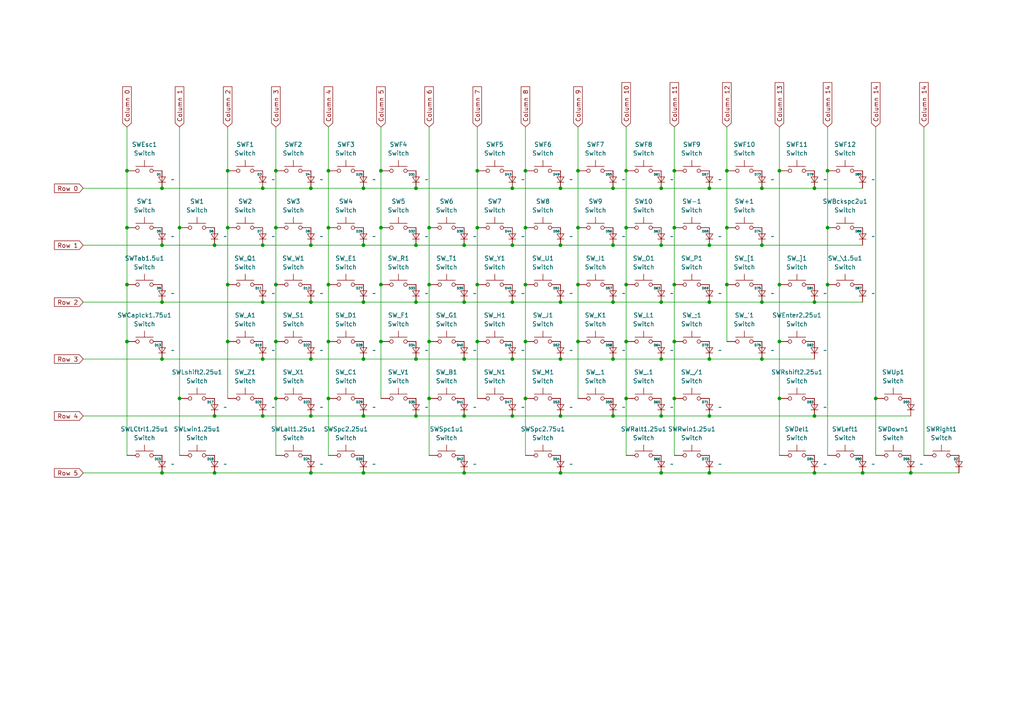
<source format=kicad_sch>
(kicad_sch (version 20250114) (generator "eeschema") (generator_version "9.0")
  (paper "A4")
  (junction (at 191.77 104.14))
  (junction (at 138.43 99.06))
  (junction (at 134.62 104.14))
  (junction (at 181.61 49.53))
  (junction (at 148.59 104.14))
  (junction (at 191.77 87.63))
  (junction (at 120.65 104.14))
  (junction (at 162.56 137.16))
  (junction (at 167.64 82.55))
  (junction (at 124.46 99.06))
  (junction (at 148.59 54.61))
  (junction (at 240.03 82.55))
  (junction (at 152.4 115.57))
  (junction (at 167.64 49.53))
  (junction (at 124.46 115.57))
  (junction (at 134.62 137.16))
  (junction (at 167.64 99.06))
  (junction (at 177.8 71.12))
  (junction (at 66.04 66.04))
  (junction (at 90.17 120.65))
  (junction (at 52.07 66.04))
  (junction (at 95.25 49.53))
  (junction (at 148.59 120.65))
  (junction (at 181.61 99.06))
  (junction (at 162.56 71.12))
  (junction (at 195.58 82.55))
  (junction (at 210.82 49.53))
  (junction (at 210.82 82.55))
  (junction (at 46.99 104.14))
  (junction (at 105.41 104.14))
  (junction (at 62.23 71.12))
  (junction (at 36.83 82.55))
  (junction (at 120.65 87.63))
  (junction (at 220.98 87.63))
  (junction (at 167.64 66.04))
  (junction (at 250.19 137.16))
  (junction (at 162.56 120.65))
  (junction (at 162.56 87.63))
  (junction (at 226.06 99.06))
  (junction (at 134.62 87.63))
  (junction (at 76.2 54.61))
  (junction (at 205.74 87.63))
  (junction (at 240.03 66.04))
  (junction (at 236.22 120.65))
  (junction (at 105.41 120.65))
  (junction (at 52.07 115.57))
  (junction (at 264.16 137.16))
  (junction (at 191.77 120.65))
  (junction (at 177.8 104.14))
  (junction (at 46.99 87.63))
  (junction (at 240.03 49.53))
  (junction (at 36.83 49.53))
  (junction (at 95.25 82.55))
  (junction (at 36.83 66.04))
  (junction (at 110.49 82.55))
  (junction (at 220.98 71.12))
  (junction (at 195.58 49.53))
  (junction (at 162.56 104.14))
  (junction (at 210.82 66.04))
  (junction (at 105.41 54.61))
  (junction (at 226.06 49.53))
  (junction (at 134.62 71.12))
  (junction (at 36.83 99.06))
  (junction (at 90.17 71.12))
  (junction (at 80.01 82.55))
  (junction (at 191.77 71.12))
  (junction (at 205.74 120.65))
  (junction (at 76.2 71.12))
  (junction (at 76.2 120.65))
  (junction (at 95.25 99.06))
  (junction (at 152.4 66.04))
  (junction (at 120.65 54.61))
  (junction (at 76.2 104.14))
  (junction (at 105.41 137.16))
  (junction (at 236.22 137.16))
  (junction (at 80.01 99.06))
  (junction (at 205.74 104.14))
  (junction (at 226.06 115.57))
  (junction (at 205.74 137.16))
  (junction (at 195.58 115.57))
  (junction (at 120.65 71.12))
  (junction (at 226.06 82.55))
  (junction (at 46.99 137.16))
  (junction (at 105.41 87.63))
  (junction (at 110.49 66.04))
  (junction (at 177.8 87.63))
  (junction (at 191.77 137.16))
  (junction (at 236.22 54.61))
  (junction (at 66.04 99.06))
  (junction (at 138.43 49.53))
  (junction (at 138.43 82.55))
  (junction (at 80.01 49.53))
  (junction (at 191.77 54.61))
  (junction (at 90.17 104.14))
  (junction (at 95.25 115.57))
  (junction (at 181.61 66.04))
  (junction (at 95.25 66.04))
  (junction (at 66.04 82.55))
  (junction (at 120.65 120.65))
  (junction (at 195.58 66.04))
  (junction (at 177.8 54.61))
  (junction (at 205.74 71.12))
  (junction (at 177.8 120.65))
  (junction (at 148.59 71.12))
  (junction (at 105.41 71.12))
  (junction (at 62.23 120.65))
  (junction (at 110.49 49.53))
  (junction (at 220.98 54.61))
  (junction (at 236.22 87.63))
  (junction (at 80.01 115.57))
  (junction (at 152.4 49.53))
  (junction (at 254 115.57))
  (junction (at 124.46 82.55))
  (junction (at 90.17 54.61))
  (junction (at 76.2 87.63))
  (junction (at 124.46 66.04))
  (junction (at 152.4 99.06))
  (junction (at 205.74 54.61))
  (junction (at 66.04 49.53))
  (junction (at 134.62 120.65))
  (junction (at 90.17 87.63))
  (junction (at 46.99 71.12))
  (junction (at 181.61 115.57))
  (junction (at 195.58 99.06))
  (junction (at 80.01 66.04))
  (junction (at 62.23 137.16))
  (junction (at 46.99 54.61))
  (junction (at 138.43 66.04))
  (junction (at 90.17 137.16))
  (junction (at 110.49 99.06))
  (junction (at 152.4 82.55))
  (junction (at 162.56 54.61))
  (junction (at 181.61 82.55))
  (junction (at 220.98 104.14))
  (junction (at 148.59 87.63))
  (wire (pts (xy 236.22 54.61) (xy 250.19 54.61)))
  (wire (pts (xy 90.17 71.12) (xy 105.41 71.12)))
  (wire (pts (xy 191.77 104.14) (xy 205.74 104.14)))
  (wire (pts (xy 134.62 104.14) (xy 148.59 104.14)))
  (wire (pts (xy 76.2 54.61) (xy 90.17 54.61)))
  (wire (pts (xy 177.8 54.61) (xy 191.77 54.61)))
  (wire (pts (xy 95.25 82.55) (xy 95.25 99.06)))
  (wire (pts (xy 162.56 54.61) (xy 177.8 54.61)))
  (wire (pts (xy 24.13 71.12) (xy 46.99 71.12)))
  (wire (pts (xy 148.59 104.14) (xy 162.56 104.14)))
  (wire (pts (xy 177.8 71.12) (xy 191.77 71.12)))
  (wire (pts (xy 110.49 82.55) (xy 110.49 99.06)))
  (wire (pts (xy 120.65 71.12) (xy 134.62 71.12)))
  (wire (pts (xy 236.22 87.63) (xy 250.19 87.63)))
  (wire (pts (xy 195.58 36.83) (xy 195.58 49.53)))
  (wire (pts (xy 220.98 87.63) (xy 236.22 87.63)))
  (wire (pts (xy 24.13 104.14) (xy 46.99 104.14)))
  (wire (pts (xy 80.01 36.83) (xy 80.01 49.53)))
  (wire (pts (xy 220.98 104.14) (xy 236.22 104.14)))
  (wire (pts (xy 226.06 82.55) (xy 226.06 99.06)))
  (wire (pts (xy 152.4 82.55) (xy 152.4 99.06)))
  (wire (pts (xy 181.61 99.06) (xy 181.61 115.57)))
  (wire (pts (xy 254 115.57) (xy 254 132.08)))
  (wire (pts (xy 167.64 36.83) (xy 167.64 49.53)))
  (wire (pts (xy 177.8 120.65) (xy 162.56 120.65)))
  (wire (pts (xy 105.41 54.61) (xy 120.65 54.61)))
  (wire (pts (xy 95.25 49.53) (xy 95.25 66.04)))
  (wire (pts (xy 95.25 115.57) (xy 95.25 132.08)))
  (wire (pts (xy 76.2 104.14) (xy 90.17 104.14)))
  (wire (pts (xy 62.23 120.65) (xy 24.13 120.65)))
  (wire (pts (xy 95.25 99.06) (xy 95.25 115.57)))
  (wire (pts (xy 80.01 99.06) (xy 80.01 115.57)))
  (wire (pts (xy 95.25 36.83) (xy 95.25 49.53)))
  (wire (pts (xy 195.58 82.55) (xy 195.58 99.06)))
  (wire (pts (xy 134.62 120.65) (xy 120.65 120.65)))
  (wire (pts (xy 278.13 137.16) (xy 264.16 137.16)))
  (wire (pts (xy 205.74 54.61) (xy 220.98 54.61)))
  (wire (pts (xy 105.41 120.65) (xy 90.17 120.65)))
  (wire (pts (xy 195.58 115.57) (xy 195.58 132.08)))
  (wire (pts (xy 66.04 99.06) (xy 66.04 115.57)))
  (wire (pts (xy 76.2 71.12) (xy 90.17 71.12)))
  (wire (pts (xy 134.62 71.12) (xy 148.59 71.12)))
  (wire (pts (xy 124.46 82.55) (xy 124.46 99.06)))
  (wire (pts (xy 210.82 82.55) (xy 210.82 99.06)))
  (wire (pts (xy 205.74 71.12) (xy 220.98 71.12)))
  (wire (pts (xy 152.4 99.06) (xy 152.4 115.57)))
  (wire (pts (xy 52.07 115.57) (xy 52.07 132.08)))
  (wire (pts (xy 167.64 99.06) (xy 167.64 115.57)))
  (wire (pts (xy 210.82 36.83) (xy 210.82 49.53)))
  (wire (pts (xy 105.41 137.16) (xy 90.17 137.16)))
  (wire (pts (xy 46.99 71.12) (xy 62.23 71.12)))
  (wire (pts (xy 205.74 104.14) (xy 220.98 104.14)))
  (wire (pts (xy 254 36.83) (xy 254 115.57)))
  (wire (pts (xy 191.77 87.63) (xy 205.74 87.63)))
  (wire (pts (xy 152.4 66.04) (xy 152.4 82.55)))
  (wire (pts (xy 52.07 66.04) (xy 52.07 115.57)))
  (wire (pts (xy 66.04 36.83) (xy 66.04 49.53)))
  (wire (pts (xy 138.43 99.06) (xy 138.43 115.57)))
  (wire (pts (xy 152.4 49.53) (xy 152.4 66.04)))
  (wire (pts (xy 80.01 49.53) (xy 80.01 66.04)))
  (wire (pts (xy 220.98 71.12) (xy 250.19 71.12)))
  (wire (pts (xy 110.49 66.04) (xy 110.49 82.55)))
  (wire (pts (xy 52.07 36.83) (xy 52.07 66.04)))
  (wire (pts (xy 240.03 49.53) (xy 240.03 66.04)))
  (wire (pts (xy 120.65 87.63) (xy 134.62 87.63)))
  (wire (pts (xy 226.06 115.57) (xy 226.06 132.08)))
  (wire (pts (xy 110.49 49.53) (xy 110.49 66.04)))
  (wire (pts (xy 191.77 120.65) (xy 177.8 120.65)))
  (wire (pts (xy 138.43 66.04) (xy 138.43 82.55)))
  (wire (pts (xy 124.46 36.83) (xy 124.46 66.04)))
  (wire (pts (xy 66.04 82.55) (xy 66.04 99.06)))
  (wire (pts (xy 210.82 49.53) (xy 210.82 66.04)))
  (wire (pts (xy 191.77 137.16) (xy 162.56 137.16)))
  (wire (pts (xy 36.83 36.83) (xy 36.83 49.53)))
  (wire (pts (xy 195.58 49.53) (xy 195.58 66.04)))
  (wire (pts (xy 162.56 87.63) (xy 177.8 87.63)))
  (wire (pts (xy 181.61 115.57) (xy 181.61 132.08)))
  (wire (pts (xy 148.59 54.61) (xy 162.56 54.61)))
  (wire (pts (xy 62.23 71.12) (xy 76.2 71.12)))
  (wire (pts (xy 205.74 87.63) (xy 220.98 87.63)))
  (wire (pts (xy 90.17 137.16) (xy 62.23 137.16)))
  (wire (pts (xy 46.99 137.16) (xy 24.13 137.16)))
  (wire (pts (xy 220.98 54.61) (xy 236.22 54.61)))
  (wire (pts (xy 226.06 49.53) (xy 226.06 82.55)))
  (wire (pts (xy 236.22 120.65) (xy 205.74 120.65)))
  (wire (pts (xy 191.77 71.12) (xy 205.74 71.12)))
  (wire (pts (xy 46.99 54.61) (xy 76.2 54.61)))
  (wire (pts (xy 124.46 99.06) (xy 124.46 115.57)))
  (wire (pts (xy 138.43 49.53) (xy 138.43 66.04)))
  (wire (pts (xy 46.99 87.63) (xy 76.2 87.63)))
  (wire (pts (xy 162.56 104.14) (xy 177.8 104.14)))
  (wire (pts (xy 167.64 66.04) (xy 167.64 82.55)))
  (wire (pts (xy 195.58 99.06) (xy 195.58 115.57)))
  (wire (pts (xy 124.46 66.04) (xy 124.46 82.55)))
  (wire (pts (xy 181.61 49.53) (xy 181.61 66.04)))
  (wire (pts (xy 138.43 82.55) (xy 138.43 99.06)))
  (wire (pts (xy 181.61 82.55) (xy 181.61 99.06)))
  (wire (pts (xy 152.4 115.57) (xy 152.4 132.08)))
  (wire (pts (xy 138.43 36.83) (xy 138.43 49.53)))
  (wire (pts (xy 240.03 66.04) (xy 240.03 82.55)))
  (wire (pts (xy 24.13 54.61) (xy 46.99 54.61)))
  (wire (pts (xy 124.46 115.57) (xy 124.46 132.08)))
  (wire (pts (xy 181.61 36.83) (xy 181.61 49.53)))
  (wire (pts (xy 177.8 104.14) (xy 191.77 104.14)))
  (wire (pts (xy 162.56 137.16) (xy 134.62 137.16)))
  (wire (pts (xy 264.16 120.65) (xy 236.22 120.65)))
  (wire (pts (xy 80.01 82.55) (xy 80.01 99.06)))
  (wire (pts (xy 267.97 36.83) (xy 267.97 132.08)))
  (wire (pts (xy 110.49 99.06) (xy 110.49 115.57)))
  (wire (pts (xy 148.59 87.63) (xy 162.56 87.63)))
  (wire (pts (xy 105.41 104.14) (xy 120.65 104.14)))
  (wire (pts (xy 205.74 120.65) (xy 191.77 120.65)))
  (wire (pts (xy 134.62 87.63) (xy 148.59 87.63)))
  (wire (pts (xy 250.19 137.16) (xy 236.22 137.16)))
  (wire (pts (xy 66.04 66.04) (xy 66.04 82.55)))
  (wire (pts (xy 240.03 82.55) (xy 240.03 132.08)))
  (wire (pts (xy 24.13 87.63) (xy 46.99 87.63)))
  (wire (pts (xy 191.77 54.61) (xy 205.74 54.61)))
  (wire (pts (xy 240.03 36.83) (xy 240.03 49.53)))
  (wire (pts (xy 264.16 137.16) (xy 250.19 137.16)))
  (wire (pts (xy 36.83 82.55) (xy 36.83 99.06)))
  (wire (pts (xy 80.01 115.57) (xy 80.01 132.08)))
  (wire (pts (xy 46.99 104.14) (xy 76.2 104.14)))
  (wire (pts (xy 90.17 54.61) (xy 105.41 54.61)))
  (wire (pts (xy 76.2 87.63) (xy 90.17 87.63)))
  (wire (pts (xy 134.62 137.16) (xy 105.41 137.16)))
  (wire (pts (xy 36.83 99.06) (xy 36.83 132.08)))
  (wire (pts (xy 167.64 82.55) (xy 167.64 99.06)))
  (wire (pts (xy 66.04 49.53) (xy 66.04 66.04)))
  (wire (pts (xy 105.41 71.12) (xy 120.65 71.12)))
  (wire (pts (xy 90.17 104.14) (xy 105.41 104.14)))
  (wire (pts (xy 110.49 36.83) (xy 110.49 49.53)))
  (wire (pts (xy 226.06 99.06) (xy 226.06 115.57)))
  (wire (pts (xy 210.82 66.04) (xy 210.82 82.55)))
  (wire (pts (xy 36.83 49.53) (xy 36.83 66.04)))
  (wire (pts (xy 105.41 87.63) (xy 120.65 87.63)))
  (wire (pts (xy 80.01 66.04) (xy 80.01 82.55)))
  (wire (pts (xy 36.83 66.04) (xy 36.83 82.55)))
  (wire (pts (xy 90.17 120.65) (xy 76.2 120.65)))
  (wire (pts (xy 76.2 120.65) (xy 62.23 120.65)))
  (wire (pts (xy 148.59 120.65) (xy 134.62 120.65)))
  (wire (pts (xy 120.65 104.14) (xy 134.62 104.14)))
  (wire (pts (xy 95.25 66.04) (xy 95.25 82.55)))
  (wire (pts (xy 152.4 36.83) (xy 152.4 49.53)))
  (wire (pts (xy 62.23 137.16) (xy 46.99 137.16)))
  (wire (pts (xy 162.56 120.65) (xy 148.59 120.65)))
  (wire (pts (xy 181.61 66.04) (xy 181.61 82.55)))
  (wire (pts (xy 162.56 71.12) (xy 177.8 71.12)))
  (wire (pts (xy 120.65 54.61) (xy 148.59 54.61)))
  (wire (pts (xy 236.22 137.16) (xy 205.74 137.16)))
  (wire (pts (xy 167.64 49.53) (xy 167.64 66.04)))
  (wire (pts (xy 177.8 87.63) (xy 191.77 87.63)))
  (wire (pts (xy 120.65 120.65) (xy 105.41 120.65)))
  (wire (pts (xy 90.17 87.63) (xy 105.41 87.63)))
  (wire (pts (xy 148.59 71.12) (xy 162.56 71.12)))
  (wire (pts (xy 195.58 66.04) (xy 195.58 82.55)))
  (wire (pts (xy 226.06 36.83) (xy 226.06 49.53)))
  (wire (pts (xy 205.74 137.16) (xy 191.77 137.16)))
  (global_label "Column 1" (shape input) (at 52.07 36.83 90) (property "Intersheetrefs" "${INTERSHEET_REFS}" (effects (hide yes))))
  (global_label "Column 11" (shape input) (at 195.58 36.83 90) (property "Intersheetrefs" "${INTERSHEET_REFS}" (effects (hide yes))))
  (global_label "Column 12" (shape input) (at 210.82 36.83 90) (property "Intersheetrefs" "${INTERSHEET_REFS}" (effects (hide yes))))
  (global_label "Column 3" (shape input) (at 80.01 36.83 90) (property "Intersheetrefs" "${INTERSHEET_REFS}" (effects (hide yes))))
  (global_label "Row 2" (shape input) (at 24.13 87.63 180) (property "Intersheetrefs" "${INTERSHEET_REFS}" (effects (hide yes))))
  (global_label "Row 4" (shape input) (at 24.13 120.65 180) (property "Intersheetrefs" "${INTERSHEET_REFS}" (effects (hide yes))))
  (global_label "Row 0" (shape input) (at 24.13 54.61 180) (property "Intersheetrefs" "${INTERSHEET_REFS}" (effects (hide yes))))
  (global_label "Column 14" (shape input) (at 254 36.83 90) (property "Intersheetrefs" "${INTERSHEET_REFS}" (effects (hide yes))))
  (global_label "Column 14" (shape input) (at 240.03 36.83 90) (property "Intersheetrefs" "${INTERSHEET_REFS}" (effects (hide yes))))
  (global_label "Column 14" (shape input) (at 267.97 36.83 90) (property "Intersheetrefs" "${INTERSHEET_REFS}" (effects (hide yes))))
  (global_label "Column 5" (shape input) (at 110.49 36.83 90) (property "Intersheetrefs" "${INTERSHEET_REFS}" (effects (hide yes))))
  (global_label "Column 9" (shape input) (at 167.64 36.83 90) (property "Intersheetrefs" "${INTERSHEET_REFS}" (effects (hide yes))))
  (global_label "Row 5" (shape input) (at 24.13 137.16 180) (property "Intersheetrefs" "${INTERSHEET_REFS}" (effects (hide yes))))
  (global_label "Column 13" (shape input) (at 226.06 36.83 90) (property "Intersheetrefs" "${INTERSHEET_REFS}" (effects (hide yes))))
  (global_label "Column 4" (shape input) (at 95.25 36.83 90) (property "Intersheetrefs" "${INTERSHEET_REFS}" (effects (hide yes))))
  (global_label "Column 7" (shape input) (at 138.43 36.83 90) (property "Intersheetrefs" "${INTERSHEET_REFS}" (effects (hide yes))))
  (global_label "Column 0" (shape input) (at 36.83 36.83 90) (property "Intersheetrefs" "${INTERSHEET_REFS}" (effects (hide yes))))
  (global_label "Column 8" (shape input) (at 152.4 36.83 90) (property "Intersheetrefs" "${INTERSHEET_REFS}" (effects (hide yes))))
  (global_label "Column 6" (shape input) (at 124.46 36.83 90) (property "Intersheetrefs" "${INTERSHEET_REFS}" (effects (hide yes))))
  (global_label "Column 2" (shape input) (at 66.04 36.83 90) (property "Intersheetrefs" "${INTERSHEET_REFS}" (effects (hide yes))))
  (global_label "Row 3" (shape input) (at 24.13 104.14 180) (property "Intersheetrefs" "${INTERSHEET_REFS}" (effects (hide yes))))
  (global_label "Column 10" (shape input) (at 181.61 36.83 90) (property "Intersheetrefs" "${INTERSHEET_REFS}" (effects (hide yes))))
  (global_label "Row 1" (shape input) (at 24.13 71.12 180) (property "Intersheetrefs" "${INTERSHEET_REFS}" (effects (hide yes))))
  (symbol (lib_id "ScottoKeebs:Placeholder_Diode") (at 90.17 85.09 0) (unit 1)
    (property "Reference" "D12" (at 90.02 84.024 0) (effects (font (size 0.635 0.635) (thickness 0.127) (bold yes)) (justify right bottom)))
    (property "Value" "~" (at 92.71 85.0899 0) (effects (justify left)))
    (property "Footprint" "Diode_THT:D_DO-35_SOD27_P7.62mm_Horizontal" (effects (hide yes)))
  )
  (symbol (lib_id "ScottoKeebs:Placeholder_Switch") (at 71.12 99.06 0) (unit 1)
    (property "Reference" "SW_A1" (at 71.12 91.44 0))
    (property "Value" "Switch" (at 71.12 93.98 0))
    (property "Footprint" "Button_Switch_Keyboard:SW_Cherry_MX_1.00u_PCB" (effects (hide yes)))
    (property "Description" "Push button switch, generic, two pins" (effects (hide yes)))
  )
  (symbol (lib_id "ScottoKeebs:Placeholder_Diode") (at 177.8 101.6 0) (unit 1)
    (property "Reference" "D58" (at 177.65 100.534 0) (effects (font (size 0.635 0.635) (thickness 0.127) (bold yes)) (justify right bottom)))
    (property "Value" "~" (at 180.34 101.5999 0) (effects (justify left)))
    (property "Footprint" "Diode_THT:D_DO-35_SOD27_P7.62mm_Horizontal" (effects (hide yes)))
  )
  (symbol (lib_id "ScottoKeebs:Placeholder_Diode") (at 205.74 101.6 0) (unit 1)
    (property "Reference" "D70" (at 205.59 100.534 0) (effects (font (size 0.635 0.635) (thickness 0.127) (bold yes)) (justify right bottom)))
    (property "Value" "~" (at 208.28 101.5999 0) (effects (justify left)))
    (property "Footprint" "Diode_THT:D_DO-35_SOD27_P7.62mm_Horizontal" (effects (hide yes)))
  )
  (symbol (lib_id "ScottoKeebs:Placeholder_Switch") (at 115.57 82.55 0) (unit 1)
    (property "Reference" "SW_R1" (at 115.57 74.93 0))
    (property "Value" "Switch" (at 115.57 77.47 0))
    (property "Footprint" "Button_Switch_Keyboard:SW_Cherry_MX_1.00u_PCB" (effects (hide yes)))
    (property "Description" "Push button switch, generic, two pins" (effects (hide yes)))
  )
  (symbol (lib_id "ScottoKeebs:Placeholder_Diode") (at 76.2 85.09 0) (unit 1)
    (property "Reference" "D11" (at 76.05 84.024 0) (effects (font (size 0.635 0.635) (thickness 0.127) (bold yes)) (justify right bottom)))
    (property "Value" "~" (at 78.74 85.0899 0) (effects (justify left)))
    (property "Footprint" "Diode_THT:D_DO-35_SOD27_P7.62mm_Horizontal" (effects (hide yes)))
  )
  (symbol (lib_id "ScottoKeebs:Placeholder_Diode") (at 90.17 52.07 0) (unit 1)
    (property "Reference" "D4" (at 90.02 51.004 0) (effects (font (size 0.635 0.635) (thickness 0.127) (bold yes)) (justify right bottom)))
    (property "Value" "~" (at 92.71 52.0699 0) (effects (justify left)))
    (property "Footprint" "Diode_THT:D_DO-35_SOD27_P7.62mm_Horizontal" (effects (hide yes)))
  )
  (symbol (lib_id "ScottoKeebs:Placeholder_Switch") (at 231.14 49.53 0) (unit 1)
    (property "Reference" "SWF11" (at 231.14 41.91 0))
    (property "Value" "Switch" (at 231.14 44.45 0))
    (property "Footprint" "Button_Switch_Keyboard:SW_Cherry_MX_1.00u_PCB" (effects (hide yes)))
    (property "Description" "Push button switch, generic, two pins" (effects (hide yes)))
  )
  (symbol (lib_id "ScottoKeebs:Placeholder_Switch") (at 41.91 99.06 0) (unit 1)
    (property "Reference" "SWCaplck1.75u1" (at 41.91 91.44 0))
    (property "Value" "Switch" (at 41.91 93.98 0))
    (property "Footprint" "Button_Switch_Keyboard:SW_Cherry_MX_1.75u_PCB" (effects (hide yes)))
    (property "Description" "Push button switch, generic, two pins" (effects (hide yes)))
  )
  (symbol (lib_id "ScottoKeebs:Placeholder_Switch") (at 259.08 115.57 0) (unit 1)
    (property "Reference" "SWUp1" (at 259.08 107.95 0))
    (property "Value" "Switch" (at 259.08 110.49 0))
    (property "Footprint" "Button_Switch_Keyboard:SW_Cherry_MX_1.00u_PCB" (effects (hide yes)))
    (property "Description" "Push button switch, generic, two pins" (effects (hide yes)))
  )
  (symbol (lib_id "ScottoKeebs:Placeholder_Diode") (at 76.2 101.6 0) (unit 1)
    (property "Reference" "D19" (at 76.05 100.534 0) (effects (font (size 0.635 0.635) (thickness 0.127) (bold yes)) (justify right bottom)))
    (property "Value" "~" (at 78.74 101.5999 0) (effects (justify left)))
    (property "Footprint" "Diode_THT:D_DO-35_SOD27_P7.62mm_Horizontal" (effects (hide yes)))
  )
  (symbol (lib_id "ScottoKeebs:Placeholder_Diode") (at 162.56 52.07 0) (unit 1)
    (property "Reference" "D49" (at 162.41 51.004 0) (effects (font (size 0.635 0.635) (thickness 0.127) (bold yes)) (justify right bottom)))
    (property "Value" "~" (at 165.1 52.0699 0) (effects (justify left)))
    (property "Footprint" "Diode_THT:D_DO-35_SOD27_P7.62mm_Horizontal" (effects (hide yes)))
  )
  (symbol (lib_id "ScottoKeebs:Placeholder_Switch") (at 85.09 49.53 0) (unit 1)
    (property "Reference" "SWF2" (at 85.09 41.91 0))
    (property "Value" "Switch" (at 85.09 44.45 0))
    (property "Footprint" "Button_Switch_Keyboard:SW_Cherry_MX_1.00u_PCB" (effects (hide yes)))
    (property "Description" "Push button switch, generic, two pins" (effects (hide yes)))
  )
  (symbol (lib_id "ScottoKeebs:Placeholder_Diode") (at 46.99 68.58 0) (unit 1)
    (property "Reference" "D5" (at 46.84 67.514 0) (effects (font (size 0.635 0.635) (thickness 0.127) (bold yes)) (justify right bottom)))
    (property "Value" "~" (at 49.53 68.5799 0) (effects (justify left)))
    (property "Footprint" "Diode_THT:D_DO-35_SOD27_P7.62mm_Horizontal" (effects (hide yes)))
  )
  (symbol (lib_id "ScottoKeebs:Placeholder_Switch") (at 231.14 99.06 0) (unit 1)
    (property "Reference" "SWEnter2.25u1" (at 231.14 91.44 0))
    (property "Value" "Switch" (at 231.14 93.98 0))
    (property "Footprint" "Button_Switch_Keyboard:SW_Cherry_MX_2.25u_PCB" (effects (hide yes)))
    (property "Description" "Push button switch, generic, two pins" (effects (hide yes)))
  )
  (symbol (lib_id "ScottoKeebs:Placeholder_Diode") (at 236.22 134.62 0) (unit 1)
    (property "Reference" "D84" (at 236.07 133.554 0) (effects (font (size 0.635 0.635) (thickness 0.127) (bold yes)) (justify right bottom)))
    (property "Value" "~" (at 238.76 134.6199 0) (effects (justify left)))
    (property "Footprint" "Diode_THT:D_DO-35_SOD27_P7.62mm_Horizontal" (effects (hide yes)))
  )
  (symbol (lib_id "ScottoKeebs:Placeholder_Switch") (at 143.51 99.06 0) (unit 1)
    (property "Reference" "SW_H1" (at 143.51 91.44 0))
    (property "Value" "Switch" (at 143.51 93.98 0))
    (property "Footprint" "Button_Switch_Keyboard:SW_Cherry_MX_1.00u_PCB" (effects (hide yes)))
    (property "Description" "Push button switch, generic, two pins" (effects (hide yes)))
  )
  (symbol (lib_id "ScottoKeebs:Placeholder_Switch") (at 129.54 99.06 0) (unit 1)
    (property "Reference" "SW_G1" (at 129.54 91.44 0))
    (property "Value" "Switch" (at 129.54 93.98 0))
    (property "Footprint" "Button_Switch_Keyboard:SW_Cherry_MX_1.00u_PCB" (effects (hide yes)))
    (property "Description" "Push button switch, generic, two pins" (effects (hide yes)))
  )
  (symbol (lib_id "ScottoKeebs:Placeholder_Switch") (at 57.15 132.08 0) (unit 1)
    (property "Reference" "SWLwin1.25u1" (at 57.15 124.46 0))
    (property "Value" "Switch" (at 57.15 127 0))
    (property "Footprint" "Button_Switch_Keyboard:SW_Cherry_MX_1.25u_PCB" (effects (hide yes)))
    (property "Description" "Push button switch, generic, two pins" (effects (hide yes)))
  )
  (symbol (lib_id "ScottoKeebs:Placeholder_Switch") (at 200.66 115.57 0) (unit 1)
    (property "Reference" "SW_/1" (at 200.66 107.95 0))
    (property "Value" "Switch" (at 200.66 110.49 0))
    (property "Footprint" "Button_Switch_Keyboard:SW_Cherry_MX_1.00u_PCB" (effects (hide yes)))
    (property "Description" "Push button switch, generic, two pins" (effects (hide yes)))
  )
  (symbol (lib_id "ScottoKeebs:Placeholder_Diode") (at 148.59 101.6 0) (unit 1)
    (property "Reference" "D46" (at 148.44 100.534 0) (effects (font (size 0.635 0.635) (thickness 0.127) (bold yes)) (justify right bottom)))
    (property "Value" "~" (at 151.13 101.5999 0) (effects (justify left)))
    (property "Footprint" "Diode_THT:D_DO-35_SOD27_P7.62mm_Horizontal" (effects (hide yes)))
  )
  (symbol (lib_id "ScottoKeebs:Placeholder_Diode") (at 148.59 118.11 0) (unit 1)
    (property "Reference" "D47" (at 148.44 117.044 0) (effects (font (size 0.635 0.635) (thickness 0.127) (bold yes)) (justify right bottom)))
    (property "Value" "~" (at 151.13 118.1099 0) (effects (justify left)))
    (property "Footprint" "Diode_THT:D_DO-35_SOD27_P7.62mm_Horizontal" (effects (hide yes)))
  )
  (symbol (lib_id "ScottoKeebs:Placeholder_Switch") (at 200.66 49.53 0) (unit 1)
    (property "Reference" "SWF9" (at 200.66 41.91 0))
    (property "Value" "Switch" (at 200.66 44.45 0))
    (property "Footprint" "Button_Switch_Keyboard:SW_Cherry_MX_1.00u_PCB" (effects (hide yes)))
    (property "Description" "Push button switch, generic, two pins" (effects (hide yes)))
  )
  (symbol (lib_id "ScottoKeebs:Placeholder_Switch") (at 100.33 49.53 0) (unit 1)
    (property "Reference" "SWF3" (at 100.33 41.91 0))
    (property "Value" "Switch" (at 100.33 44.45 0))
    (property "Footprint" "Button_Switch_Keyboard:SW_Cherry_MX_1.00u_PCB" (effects (hide yes)))
    (property "Description" "Push button switch, generic, two pins" (effects (hide yes)))
  )
  (symbol (lib_id "ScottoKeebs:Placeholder_Diode") (at 62.23 118.11 0) (unit 1)
    (property "Reference" "D17" (at 62.08 117.044 0) (effects (font (size 0.635 0.635) (thickness 0.127) (bold yes)) (justify right bottom)))
    (property "Value" "~" (at 64.77 118.1099 0) (effects (justify left)))
    (property "Footprint" "Diode_THT:D_DO-35_SOD27_P7.62mm_Horizontal" (effects (hide yes)))
  )
  (symbol (lib_id "ScottoKeebs:Placeholder_Diode") (at 250.19 68.58 0) (unit 1)
    (property "Reference" "D86" (at 250.04 67.514 0) (effects (font (size 0.635 0.635) (thickness 0.127) (bold yes)) (justify right bottom)))
    (property "Value" "~" (at 252.73 68.5799 0) (effects (justify left)))
    (property "Footprint" "Diode_THT:D_DO-35_SOD27_P7.62mm_Horizontal" (effects (hide yes)))
  )
  (symbol (lib_id "ScottoKeebs:Placeholder_Diode") (at 236.22 101.6 0) (unit 1)
    (property "Reference" "D82" (at 236.07 100.534 0) (effects (font (size 0.635 0.635) (thickness 0.127) (bold yes)) (justify right bottom)))
    (property "Value" "~" (at 238.76 101.5999 0) (effects (justify left)))
    (property "Footprint" "Diode_THT:D_DO-35_SOD27_P7.62mm_Horizontal" (effects (hide yes)))
  )
  (symbol (lib_id "ScottoKeebs:Placeholder_Switch") (at 172.72 82.55 0) (unit 1)
    (property "Reference" "SW_I1" (at 172.72 74.93 0))
    (property "Value" "Switch" (at 172.72 77.47 0))
    (property "Footprint" "Button_Switch_Keyboard:SW_Cherry_MX_1.00u_PCB" (effects (hide yes)))
    (property "Description" "Push button switch, generic, two pins" (effects (hide yes)))
  )
  (symbol (lib_id "ScottoKeebs:Placeholder_Switch") (at 186.69 66.04 0) (unit 1)
    (property "Reference" "SW10" (at 186.69 58.42 0))
    (property "Value" "Switch" (at 186.69 60.96 0))
    (property "Footprint" "Button_Switch_Keyboard:SW_Cherry_MX_1.00u_PCB" (effects (hide yes)))
    (property "Description" "Push button switch, generic, two pins" (effects (hide yes)))
  )
  (symbol (lib_id "ScottoKeebs:Placeholder_Diode") (at 148.59 85.09 0) (unit 1)
    (property "Reference" "D45" (at 148.44 84.024 0) (effects (font (size 0.635 0.635) (thickness 0.127) (bold yes)) (justify right bottom)))
    (property "Value" "~" (at 151.13 85.0899 0) (effects (justify left)))
    (property "Footprint" "Diode_THT:D_DO-35_SOD27_P7.62mm_Horizontal" (effects (hide yes)))
  )
  (symbol (lib_id "ScottoKeebs:Placeholder_Switch") (at 41.91 49.53 0) (unit 1)
    (property "Reference" "SWEsc1" (at 41.91 41.91 0))
    (property "Value" "Switch" (at 41.91 44.45 0))
    (property "Footprint" "Button_Switch_Keyboard:SW_Cherry_MX_1.00u_PCB" (effects (hide yes)))
    (property "Description" "Push button switch, generic, two pins" (effects (hide yes)))
  )
  (symbol (lib_id "ScottoKeebs:Placeholder_Diode") (at 205.74 68.58 0) (unit 1)
    (property "Reference" "D68" (at 205.59 67.514 0) (effects (font (size 0.635 0.635) (thickness 0.127) (bold yes)) (justify right bottom)))
    (property "Value" "~" (at 208.28 68.5799 0) (effects (justify left)))
    (property "Footprint" "Diode_THT:D_DO-35_SOD27_P7.62mm_Horizontal" (effects (hide yes)))
  )
  (symbol (lib_id "ScottoKeebs:Placeholder_Diode") (at 120.65 52.07 0) (unit 1)
    (property "Reference" "D31" (at 120.5 51.004 0) (effects (font (size 0.635 0.635) (thickness 0.127) (bold yes)) (justify right bottom)))
    (property "Value" "~" (at 123.19 52.0699 0) (effects (justify left)))
    (property "Footprint" "Diode_THT:D_DO-35_SOD27_P7.62mm_Horizontal" (effects (hide yes)))
  )
  (symbol (lib_id "ScottoKeebs:Placeholder_Diode") (at 134.62 134.62 0) (unit 1)
    (property "Reference" "D42" (at 134.47 133.554 0) (effects (font (size 0.635 0.635) (thickness 0.127) (bold yes)) (justify right bottom)))
    (property "Value" "~" (at 137.16 134.6199 0) (effects (justify left)))
    (property "Footprint" "Diode_THT:D_DO-35_SOD27_P7.62mm_Horizontal" (effects (hide yes)))
  )
  (symbol (lib_id "ScottoKeebs:Placeholder_Switch") (at 186.69 132.08 0) (unit 1)
    (property "Reference" "SWRalt1.25u1" (at 186.69 124.46 0))
    (property "Value" "Switch" (at 186.69 127 0))
    (property "Footprint" "Button_Switch_Keyboard:SW_Cherry_MX_1.25u_PCB" (effects (hide yes)))
    (property "Description" "Push button switch, generic, two pins" (effects (hide yes)))
  )
  (symbol (lib_id "ScottoKeebs:Placeholder_Diode") (at 162.56 118.11 0) (unit 1)
    (property "Reference" "D53" (at 162.41 117.044 0) (effects (font (size 0.635 0.635) (thickness 0.127) (bold yes)) (justify right bottom)))
    (property "Value" "~" (at 165.1 118.1099 0) (effects (justify left)))
    (property "Footprint" "Diode_THT:D_DO-35_SOD27_P7.62mm_Horizontal" (effects (hide yes)))
  )
  (symbol (lib_id "ScottoKeebs:Placeholder_Diode") (at 191.77 118.11 0) (unit 1)
    (property "Reference" "D65" (at 191.62 117.044 0) (effects (font (size 0.635 0.635) (thickness 0.127) (bold yes)) (justify right bottom)))
    (property "Value" "~" (at 194.31 118.1099 0) (effects (justify left)))
    (property "Footprint" "Diode_THT:D_DO-35_SOD27_P7.62mm_Horizontal" (effects (hide yes)))
  )
  (symbol (lib_id "ScottoKeebs:Placeholder_Diode") (at 90.17 101.6 0) (unit 1)
    (property "Reference" "D22" (at 90.02 100.534 0) (effects (font (size 0.635 0.635) (thickness 0.127) (bold yes)) (justify right bottom)))
    (property "Value" "~" (at 92.71 101.5999 0) (effects (justify left)))
    (property "Footprint" "Diode_THT:D_DO-35_SOD27_P7.62mm_Horizontal" (effects (hide yes)))
  )
  (symbol (lib_id "ScottoKeebs:Placeholder_Diode") (at 264.16 118.11 0) (unit 1)
    (property "Reference" "D95" (at 264.01 117.044 0) (effects (font (size 0.635 0.635) (thickness 0.127) (bold yes)) (justify right bottom)))
    (property "Footprint" "Diode_THT:D_DO-35_SOD27_P7.62mm_Horizontal" (effects (hide yes)))
  )
  (symbol (lib_id "ScottoKeebs:Placeholder_Switch") (at 115.57 99.06 0) (unit 1)
    (property "Reference" "SW_F1" (at 115.57 91.44 0))
    (property "Value" "Switch" (at 115.57 93.98 0))
    (property "Footprint" "Button_Switch_Keyboard:SW_Cherry_MX_1.00u_PCB" (effects (hide yes)))
    (property "Description" "Push button switch, generic, two pins" (effects (hide yes)))
  )
  (symbol (lib_id "ScottoKeebs:Placeholder_Diode") (at 220.98 101.6 0) (unit 1)
    (property "Reference" "D76" (at 220.83 100.534 0) (effects (font (size 0.635 0.635) (thickness 0.127) (bold yes)) (justify right bottom)))
    (property "Value" "~" (at 223.52 101.5999 0) (effects (justify left)))
    (property "Footprint" "Diode_THT:D_DO-35_SOD27_P7.62mm_Horizontal" (effects (hide yes)))
  )
  (symbol (lib_id "ScottoKeebs:Placeholder_Diode") (at 46.99 52.07 0) (unit 1)
    (property "Reference" "D1" (at 46.84 51.004 0) (effects (font (size 0.635 0.635) (thickness 0.127) (bold yes)) (justify right bottom)))
    (property "Value" "~" (at 49.53 52.0699 0) (effects (justify left)))
    (property "Footprint" "Diode_THT:D_DO-35_SOD27_P7.62mm_Horizontal" (effects (hide yes)))
  )
  (symbol (lib_id "ScottoKeebs:Placeholder_Switch") (at 143.51 66.04 0) (unit 1)
    (property "Reference" "SW7" (at 143.51 58.42 0))
    (property "Value" "Switch" (at 143.51 60.96 0))
    (property "Footprint" "Button_Switch_Keyboard:SW_Cherry_MX_1.00u_PCB" (effects (hide yes)))
    (property "Description" "Push button switch, generic, two pins" (effects (hide yes)))
  )
  (symbol (lib_id "ScottoKeebs:Placeholder_Switch") (at 157.48 99.06 0) (unit 1)
    (property "Reference" "SW_J1" (at 157.48 91.44 0))
    (property "Value" "Switch" (at 157.48 93.98 0))
    (property "Footprint" "Button_Switch_Keyboard:SW_Cherry_MX_1.00u_PCB" (effects (hide yes)))
    (property "Description" "Push button switch, generic, two pins" (effects (hide yes)))
  )
  (symbol (lib_id "ScottoKeebs:Placeholder_Diode") (at 177.8 85.09 0) (unit 1)
    (property "Reference" "D57" (at 177.65 84.024 0) (effects (font (size 0.635 0.635) (thickness 0.127) (bold yes)) (justify right bottom)))
    (property "Value" "~" (at 180.34 85.0899 0) (effects (justify left)))
    (property "Footprint" "Diode_THT:D_DO-35_SOD27_P7.62mm_Horizontal" (effects (hide yes)))
  )
  (symbol (lib_id "ScottoKeebs:Placeholder_Switch") (at 157.48 49.53 0) (unit 1)
    (property "Reference" "SWF6" (at 157.48 41.91 0))
    (property "Value" "Switch" (at 157.48 44.45 0))
    (property "Footprint" "Button_Switch_Keyboard:SW_Cherry_MX_1.00u_PCB" (effects (hide yes)))
    (property "Description" "Push button switch, generic, two pins" (effects (hide yes)))
  )
  (symbol (lib_id "ScottoKeebs:Placeholder_Diode") (at 162.56 101.6 0) (unit 1)
    (property "Reference" "D52" (at 162.41 100.534 0) (effects (font (size 0.635 0.635) (thickness 0.127) (bold yes)) (justify right bottom)))
    (property "Value" "~" (at 165.1 101.5999 0) (effects (justify left)))
    (property "Footprint" "Diode_THT:D_DO-35_SOD27_P7.62mm_Horizontal" (effects (hide yes)))
  )
  (symbol (lib_id "ScottoKeebs:Placeholder_Diode") (at 205.74 134.62 0) (unit 1)
    (property "Reference" "D72" (at 205.59 133.554 0) (effects (font (size 0.635 0.635) (thickness 0.127) (bold yes)) (justify right bottom)))
    (property "Value" "~" (at 208.28 134.6199 0) (effects (justify left)))
    (property "Footprint" "Diode_THT:D_DO-35_SOD27_P7.62mm_Horizontal" (effects (hide yes)))
  )
  (symbol (lib_id "ScottoKeebs:Placeholder_Switch") (at 85.09 115.57 0) (unit 1)
    (property "Reference" "SW_X1" (at 85.09 107.95 0))
    (property "Value" "Switch" (at 85.09 110.49 0))
    (property "Footprint" "Button_Switch_Keyboard:SW_Cherry_MX_1.00u_PCB" (effects (hide yes)))
    (property "Description" "Push button switch, generic, two pins" (effects (hide yes)))
  )
  (symbol (lib_id "ScottoKeebs:Placeholder_Diode") (at 120.65 85.09 0) (unit 1)
    (property "Reference" "D33" (at 120.5 84.024 0) (effects (font (size 0.635 0.635) (thickness 0.127) (bold yes)) (justify right bottom)))
    (property "Value" "~" (at 123.19 85.0899 0) (effects (justify left)))
    (property "Footprint" "Diode_THT:D_DO-35_SOD27_P7.62mm_Horizontal" (effects (hide yes)))
  )
  (symbol (lib_id "ScottoKeebs:Placeholder_Switch") (at 231.14 115.57 0) (unit 1)
    (property "Reference" "SWRshift2.25u1" (at 231.14 107.95 0))
    (property "Value" "Switch" (at 231.14 110.49 0))
    (property "Footprint" "Button_Switch_Keyboard:SW_Cherry_MX_2.25u_PCB" (effects (hide yes)))
    (property "Description" "Push button switch, generic, two pins" (effects (hide yes)))
  )
  (symbol (lib_id "ScottoKeebs:Placeholder_Switch") (at 200.66 66.04 0) (unit 1)
    (property "Reference" "SW-1" (at 200.66 58.42 0))
    (property "Value" "Switch" (at 200.66 60.96 0))
    (property "Footprint" "Button_Switch_Keyboard:SW_Cherry_MX_1.00u_PCB" (effects (hide yes)))
    (property "Description" "Push button switch, generic, two pins" (effects (hide yes)))
  )
  (symbol (lib_id "ScottoKeebs:Placeholder_Switch") (at 157.48 132.08 0) (unit 1)
    (property "Reference" "SWSpc2.75u1" (at 157.48 124.46 0))
    (property "Value" "Switch" (at 157.48 127 0))
    (property "Footprint" "Button_Switch_Keyboard:SW_Cherry_MX_2.75u_PCB" (effects (hide yes)))
    (property "Description" "Push button switch, generic, two pins" (effects (hide yes)))
  )
  (symbol (lib_id "ScottoKeebs:Placeholder_Diode") (at 90.17 68.58 0) (unit 1)
    (property "Reference" "D8" (at 90.02 67.514 0) (effects (font (size 0.635 0.635) (thickness 0.127) (bold yes)) (justify right bottom)))
    (property "Value" "~" (at 92.71 68.5799 0) (effects (justify left)))
    (property "Footprint" "Diode_THT:D_DO-35_SOD27_P7.62mm_Horizontal" (effects (hide yes)))
  )
  (symbol (lib_id "ScottoKeebs:Placeholder_Diode") (at 236.22 118.11 0) (unit 1)
    (property "Reference" "D83" (at 236.07 117.044 0) (effects (font (size 0.635 0.635) (thickness 0.127) (bold yes)) (justify right bottom)))
    (property "Value" "~" (at 238.76 118.1099 0) (effects (justify left)))
    (property "Footprint" "Diode_THT:D_DO-35_SOD27_P7.62mm_Horizontal" (effects (hide yes)))
  )
  (symbol (lib_id "ScottoKeebs:Placeholder_Switch") (at 245.11 49.53 0) (unit 1)
    (property "Reference" "SWF12" (at 245.11 41.91 0))
    (property "Value" "Switch" (at 245.11 44.45 0))
    (property "Footprint" "Button_Switch_Keyboard:SW_Cherry_MX_1.00u_PCB" (effects (hide yes)))
    (property "Description" "Push button switch, generic, two pins" (effects (hide yes)))
  )
  (symbol (lib_id "ScottoKeebs:Placeholder_Switch") (at 129.54 82.55 0) (unit 1)
    (property "Reference" "SW_T1" (at 129.54 74.93 0))
    (property "Value" "Switch" (at 129.54 77.47 0))
    (property "Footprint" "Button_Switch_Keyboard:SW_Cherry_MX_1.00u_PCB" (effects (hide yes)))
    (property "Description" "Push button switch, generic, two pins" (effects (hide yes)))
  )
  (symbol (lib_id "ScottoKeebs:Placeholder_Switch") (at 100.33 66.04 0) (unit 1)
    (property "Reference" "SW4" (at 100.33 58.42 0))
    (property "Value" "Switch" (at 100.33 60.96 0))
    (property "Footprint" "Button_Switch_Keyboard:SW_Cherry_MX_1.00u_PCB" (effects (hide yes)))
    (property "Description" "Push button switch, generic, two pins" (effects (hide yes)))
  )
  (symbol (lib_id "ScottoKeebs:Placeholder_Diode") (at 220.98 52.07 0) (unit 1)
    (property "Reference" "D73" (at 220.83 51.004 0) (effects (font (size 0.635 0.635) (thickness 0.127) (bold yes)) (justify right bottom)))
    (property "Value" "~" (at 223.52 52.0699 0) (effects (justify left)))
    (property "Footprint" "Diode_THT:D_DO-35_SOD27_P7.62mm_Horizontal" (effects (hide yes)))
  )
  (symbol (lib_id "ScottoKeebs:Placeholder_Switch") (at 85.09 82.55 0) (unit 1)
    (property "Reference" "SW_W1" (at 85.09 74.93 0))
    (property "Value" "Switch" (at 85.09 77.47 0))
    (property "Footprint" "Button_Switch_Keyboard:SW_Cherry_MX_1.00u_PCB" (effects (hide yes)))
    (property "Description" "Push button switch, generic, two pins" (effects (hide yes)))
  )
  (symbol (lib_id "ScottoKeebs:Placeholder_Switch") (at 71.12 82.55 0) (unit 1)
    (property "Reference" "SW_Q1" (at 71.12 74.93 0))
    (property "Value" "Switch" (at 71.12 77.47 0))
    (property "Footprint" "Button_Switch_Keyboard:SW_Cherry_MX_1.00u_PCB" (effects (hide yes)))
    (property "Description" "Push button switch, generic, two pins" (effects (hide yes)))
  )
  (symbol (lib_id "ScottoKeebs:Placeholder_Switch") (at 172.72 99.06 0) (unit 1)
    (property "Reference" "SW_K1" (at 172.72 91.44 0))
    (property "Value" "Switch" (at 172.72 93.98 0))
    (property "Footprint" "Button_Switch_Keyboard:SW_Cherry_MX_1.00u_PCB" (effects (hide yes)))
    (property "Description" "Push button switch, generic, two pins" (effects (hide yes)))
  )
  (symbol (lib_id "ScottoKeebs:Placeholder_Switch") (at 85.09 132.08 0) (unit 1)
    (property "Reference" "SWLalt1.25u1" (at 85.09 124.46 0))
    (property "Value" "Switch" (at 85.09 127 0))
    (property "Footprint" "Button_Switch_Keyboard:SW_Cherry_MX_1.25u_PCB" (effects (hide yes)))
    (property "Description" "Push button switch, generic, two pins" (effects (hide yes)))
  )
  (symbol (lib_id "ScottoKeebs:Placeholder_Switch") (at 245.11 66.04 0) (unit 1)
    (property "Reference" "SWBckspc2u1" (at 245.11 58.42 0))
    (property "Value" "Switch" (at 245.11 60.96 0))
    (property "Footprint" "Button_Switch_Keyboard:SW_Cherry_MX_2.00u_PCB" (effects (hide yes)))
    (property "Description" "Push button switch, generic, two pins" (effects (hide yes)))
  )
  (symbol (lib_id "ScottoKeebs:Placeholder_Diode") (at 205.74 52.07 0) (unit 1)
    (property "Reference" "D67" (at 205.59 51.004 0) (effects (font (size 0.635 0.635) (thickness 0.127) (bold yes)) (justify right bottom)))
    (property "Value" "~" (at 208.28 52.0699 0) (effects (justify left)))
    (property "Footprint" "Diode_THT:D_DO-35_SOD27_P7.62mm_Horizontal" (effects (hide yes)))
  )
  (symbol (lib_id "ScottoKeebs:Placeholder_Diode") (at 191.77 134.62 0) (unit 1)
    (property "Reference" "D66" (at 191.62 133.554 0) (effects (font (size 0.635 0.635) (thickness 0.127) (bold yes)) (justify right bottom)))
    (property "Value" "~" (at 194.31 134.6199 0) (effects (justify left)))
    (property "Footprint" "Diode_THT:D_DO-35_SOD27_P7.62mm_Horizontal" (effects (hide yes)))
  )
  (symbol (lib_id "ScottoKeebs:Placeholder_Diode") (at 205.74 118.11 0) (unit 1)
    (property "Reference" "D71" (at 205.59 117.044 0) (effects (font (size 0.635 0.635) (thickness 0.127) (bold yes)) (justify right bottom)))
    (property "Value" "~" (at 208.28 118.1099 0) (effects (justify left)))
    (property "Footprint" "Diode_THT:D_DO-35_SOD27_P7.62mm_Horizontal" (effects (hide yes)))
  )
  (symbol (lib_id "ScottoKeebs:Placeholder_Switch") (at 85.09 99.06 0) (unit 1)
    (property "Reference" "SW_S1" (at 85.09 91.44 0))
    (property "Value" "Switch" (at 85.09 93.98 0))
    (property "Footprint" "Button_Switch_Keyboard:SW_Cherry_MX_1.00u_PCB" (effects (hide yes)))
    (property "Description" "Push button switch, generic, two pins" (effects (hide yes)))
  )
  (symbol (lib_id "ScottoKeebs:Placeholder_Switch") (at 100.33 132.08 0) (unit 1)
    (property "Reference" "SWSpc2.25u1" (at 100.33 124.46 0))
    (property "Value" "Switch" (at 100.33 127 0))
    (property "Footprint" "Button_Switch_Keyboard:SW_Cherry_MX_2.25u_PCB" (effects (hide yes)))
    (property "Description" "Push button switch, generic, two pins" (effects (hide yes)))
  )
  (symbol (lib_id "ScottoKeebs:Placeholder_Diode") (at 105.41 85.09 0) (unit 1)
    (property "Reference" "D27" (at 105.26 84.024 0) (effects (font (size 0.635 0.635) (thickness 0.127) (bold yes)) (justify right bottom)))
    (property "Value" "~" (at 107.95 85.0899 0) (effects (justify left)))
    (property "Footprint" "Diode_THT:D_DO-35_SOD27_P7.62mm_Horizontal" (effects (hide yes)))
  )
  (symbol (lib_id "ScottoKeebs:Placeholder_Switch") (at 129.54 132.08 0) (unit 1)
    (property "Reference" "SWSpc1u1" (at 129.54 124.46 0))
    (property "Value" "Switch" (at 129.54 127 0))
    (property "Footprint" "Button_Switch_Keyboard:SW_Cherry_MX_1.00u_PCB" (effects (hide yes)))
    (property "Description" "Push button switch, generic, two pins" (effects (hide yes)))
  )
  (symbol (lib_id "ScottoKeebs:Placeholder_Switch") (at 157.48 66.04 0) (unit 1)
    (property "Reference" "SW8" (at 157.48 58.42 0))
    (property "Value" "Switch" (at 157.48 60.96 0))
    (property "Footprint" "Button_Switch_Keyboard:SW_Cherry_MX_1.00u_PCB" (effects (hide yes)))
    (property "Description" "Push button switch, generic, two pins" (effects (hide yes)))
  )
  (symbol (lib_id "ScottoKeebs:Placeholder_Diode") (at 76.2 118.11 0) (unit 1)
    (property "Reference" "D20" (at 76.05 117.044 0) (effects (font (size 0.635 0.635) (thickness 0.127) (bold yes)) (justify right bottom)))
    (property "Value" "~" (at 78.74 118.1099 0) (effects (justify left)))
    (property "Footprint" "Diode_THT:D_DO-35_SOD27_P7.62mm_Horizontal" (effects (hide yes)))
  )
  (symbol (lib_id "ScottoKeebs:Placeholder_Switch") (at 231.14 82.55 0) (unit 1)
    (property "Reference" "SW_]1" (at 231.14 74.93 0))
    (property "Value" "Switch" (at 231.14 77.47 0))
    (property "Footprint" "Button_Switch_Keyboard:SW_Cherry_MX_1.00u_PCB" (effects (hide yes)))
    (property "Description" "Push button switch, generic, two pins" (effects (hide yes)))
  )
  (symbol (lib_id "ScottoKeebs:Placeholder_Switch") (at 245.11 132.08 0) (unit 1)
    (property "Reference" "SWLeft1" (at 245.11 124.46 0))
    (property "Value" "Switch" (at 245.11 127 0))
    (property "Footprint" "Button_Switch_Keyboard:SW_Cherry_MX_1.00u_PCB" (effects (hide yes)))
    (property "Description" "Push button switch, generic, two pins" (effects (hide yes)))
  )
  (symbol (lib_id "ScottoKeebs:Placeholder_Diode") (at 236.22 52.07 0) (unit 1)
    (property "Reference" "D79" (at 236.07 51.004 0) (effects (font (size 0.635 0.635) (thickness 0.127) (bold yes)) (justify right bottom)))
    (property "Value" "~" (at 238.76 52.0699 0) (effects (justify left)))
    (property "Footprint" "Diode_THT:D_DO-35_SOD27_P7.62mm_Horizontal" (effects (hide yes)))
  )
  (symbol (lib_id "ScottoKeebs:Placeholder_Switch") (at 115.57 66.04 0) (unit 1)
    (property "Reference" "SW5" (at 115.57 58.42 0))
    (property "Value" "Switch" (at 115.57 60.96 0))
    (property "Footprint" "Button_Switch_Keyboard:SW_Cherry_MX_1.00u_PCB" (effects (hide yes)))
    (property "Description" "Push button switch, generic, two pins" (effects (hide yes)))
  )
  (symbol (lib_id "ScottoKeebs:Placeholder_Switch") (at 172.72 49.53 0) (unit 1)
    (property "Reference" "SWF7" (at 172.72 41.91 0))
    (property "Value" "Switch" (at 172.72 44.45 0))
    (property "Footprint" "Button_Switch_Keyboard:SW_Cherry_MX_1.00u_PCB" (effects (hide yes)))
    (property "Description" "Push button switch, generic, two pins" (effects (hide yes)))
  )
  (symbol (lib_id "ScottoKeebs:Placeholder_Diode") (at 264.16 134.62 0) (unit 1)
    (property "Reference" "D96" (at 264.01 133.554 0) (effects (font (size 0.635 0.635) (thickness 0.127) (bold yes)) (justify right bottom)))
    (property "Value" "~" (at 266.7 134.6199 0) (effects (justify left)))
    (property "Footprint" "Diode_THT:D_DO-35_SOD27_P7.62mm_Horizontal" (effects (hide yes)))
  )
  (symbol (lib_id "ScottoKeebs:Placeholder_Switch") (at 186.69 49.53 0) (unit 1)
    (property "Reference" "SWF8" (at 186.69 41.91 0))
    (property "Value" "Switch" (at 186.69 44.45 0))
    (property "Footprint" "Button_Switch_Keyboard:SW_Cherry_MX_1.00u_PCB" (effects (hide yes)))
    (property "Description" "Push button switch, generic, two pins" (effects (hide yes)))
  )
  (symbol (lib_id "ScottoKeebs:Placeholder_Switch") (at 200.66 82.55 0) (unit 1)
    (property "Reference" "SW_P1" (at 200.66 74.93 0))
    (property "Value" "Switch" (at 200.66 77.47 0))
    (property "Footprint" "Button_Switch_Keyboard:SW_Cherry_MX_1.00u_PCB" (effects (hide yes)))
    (property "Description" "Push button switch, generic, two pins" (effects (hide yes)))
  )
  (symbol (lib_id "ScottoKeebs:Placeholder_Diode") (at 46.99 85.09 0) (unit 1)
    (property "Reference" "D9" (at 46.84 84.024 0) (effects (font (size 0.635 0.635) (thickness 0.127) (bold yes)) (justify right bottom)))
    (property "Value" "~" (at 49.53 85.0899 0) (effects (justify left)))
    (property "Footprint" "Diode_THT:D_DO-35_SOD27_P7.62mm_Horizontal" (effects (hide yes)))
  )
  (symbol (lib_id "ScottoKeebs:Placeholder_Diode") (at 62.23 134.62 0) (unit 1)
    (property "Reference" "D18" (at 62.08 133.554 0) (effects (font (size 0.635 0.635) (thickness 0.127) (bold yes)) (justify right bottom)))
    (property "Value" "~" (at 64.77 134.6199 0) (effects (justify left)))
    (property "Footprint" "Diode_THT:D_DO-35_SOD27_P7.62mm_Horizontal" (effects (hide yes)))
  )
  (symbol (lib_id "ScottoKeebs:Placeholder_Switch") (at 143.51 115.57 0) (unit 1)
    (property "Reference" "SW_N1" (at 143.51 107.95 0))
    (property "Value" "Switch" (at 143.51 110.49 0))
    (property "Footprint" "Button_Switch_Keyboard:SW_Cherry_MX_1.00u_PCB" (effects (hide yes)))
    (property "Description" "Push button switch, generic, two pins" (effects (hide yes)))
  )
  (symbol (lib_id "ScottoKeebs:Placeholder_Diode") (at 134.62 118.11 0) (unit 1)
    (property "Reference" "D41" (at 134.47 117.044 0) (effects (font (size 0.635 0.635) (thickness 0.127) (bold yes)) (justify right bottom)))
    (property "Value" "~" (at 137.16 118.1099 0) (effects (justify left)))
    (property "Footprint" "Diode_THT:D_DO-35_SOD27_P7.62mm_Horizontal" (effects (hide yes)))
  )
  (symbol (lib_id "ScottoKeebs:Placeholder_Diode") (at 105.41 101.6 0) (unit 1)
    (property "Reference" "D28" (at 105.26 100.534 0) (effects (font (size 0.635 0.635) (thickness 0.127) (bold yes)) (justify right bottom)))
    (property "Value" "~" (at 107.95 101.5999 0) (effects (justify left)))
    (property "Footprint" "Diode_THT:D_DO-35_SOD27_P7.62mm_Horizontal" (effects (hide yes)))
  )
  (symbol (lib_id "ScottoKeebs:Placeholder_Switch") (at 57.15 115.57 0) (unit 1)
    (property "Reference" "SWLshift2.25u1" (at 57.15 107.95 0))
    (property "Value" "Switch" (at 57.15 110.49 0))
    (property "Footprint" "Button_Switch_Keyboard:SW_Cherry_MX_2.25u_PCB" (effects (hide yes)))
    (property "Description" "Push button switch, generic, two pins" (effects (hide yes)))
  )
  (symbol (lib_id "ScottoKeebs:Placeholder_Switch") (at 41.91 66.04 0) (unit 1)
    (property "Reference" "SW`1" (at 41.91 58.42 0))
    (property "Value" "Switch" (at 41.91 60.96 0))
    (property "Footprint" "Button_Switch_Keyboard:SW_Cherry_MX_1.00u_PCB" (effects (hide yes)))
    (property "Description" "Push button switch, generic, two pins" (effects (hide yes)))
  )
  (symbol (lib_id "ScottoKeebs:Placeholder_Diode") (at 177.8 68.58 0) (unit 1)
    (property "Reference" "D56" (at 177.65 67.514 0) (effects (font (size 0.635 0.635) (thickness 0.127) (bold yes)) (justify right bottom)))
    (property "Value" "~" (at 180.34 68.5799 0) (effects (justify left)))
    (property "Footprint" "Diode_THT:D_DO-35_SOD27_P7.62mm_Horizontal" (effects (hide yes)))
  )
  (symbol (lib_id "ScottoKeebs:Placeholder_Diode") (at 134.62 85.09 0) (unit 1)
    (property "Reference" "D39" (at 134.47 84.024 0) (effects (font (size 0.635 0.635) (thickness 0.127) (bold yes)) (justify right bottom)))
    (property "Value" "~" (at 137.16 85.0899 0) (effects (justify left)))
    (property "Footprint" "Diode_THT:D_DO-35_SOD27_P7.62mm_Horizontal" (effects (hide yes)))
  )
  (symbol (lib_id "ScottoKeebs:Placeholder_Diode") (at 162.56 134.62 0) (unit 1)
    (property "Reference" "D54" (at 162.41 133.554 0) (effects (font (size 0.635 0.635) (thickness 0.127) (bold yes)) (justify right bottom)))
    (property "Value" "~" (at 165.1 134.6199 0) (effects (justify left)))
    (property "Footprint" "Diode_THT:D_DO-35_SOD27_P7.62mm_Horizontal" (effects (hide yes)))
  )
  (symbol (lib_id "ScottoKeebs:Placeholder_Switch") (at 41.91 82.55 0) (unit 1)
    (property "Reference" "SWTab1.5u1" (at 41.91 74.93 0))
    (property "Value" "Switch" (at 41.91 77.47 0))
    (property "Footprint" "Button_Switch_Keyboard:SW_Cherry_MX_1.50u_PCB" (effects (hide yes)))
    (property "Description" "Push button switch, generic, two pins" (effects (hide yes)))
  )
  (symbol (lib_id "ScottoKeebs:Placeholder_Diode") (at 236.22 85.09 0) (unit 1)
    (property "Reference" "D81" (at 236.07 84.024 0) (effects (font (size 0.635 0.635) (thickness 0.127) (bold yes)) (justify right bottom)))
    (property "Value" "~" (at 238.76 85.0899 0) (effects (justify left)))
    (property "Footprint" "Diode_THT:D_DO-35_SOD27_P7.62mm_Horizontal" (effects (hide yes)))
  )
  (symbol (lib_id "ScottoKeebs:Placeholder_Switch") (at 129.54 66.04 0) (unit 1)
    (property "Reference" "SW6" (at 129.54 58.42 0))
    (property "Value" "Switch" (at 129.54 60.96 0))
    (property "Footprint" "Button_Switch_Keyboard:SW_Cherry_MX_1.00u_PCB" (effects (hide yes)))
    (property "Description" "Push button switch, generic, two pins" (effects (hide yes)))
  )
  (symbol (lib_id "ScottoKeebs:Placeholder_Switch") (at 71.12 49.53 0) (unit 1)
    (property "Reference" "SWF1" (at 71.12 41.91 0))
    (property "Value" "Switch" (at 71.12 44.45 0))
    (property "Footprint" "Button_Switch_Keyboard:SW_Cherry_MX_1.00u_PCB" (effects (hide yes)))
    (property "Description" "Push button switch, generic, two pins" (effects (hide yes)))
  )
  (symbol (lib_id "ScottoKeebs:Placeholder_Switch") (at 273.05 132.08 0) (unit 1)
    (property "Reference" "SWRight1" (at 273.05 124.46 0))
    (property "Value" "Switch" (at 273.05 127 0))
    (property "Footprint" "Button_Switch_Keyboard:SW_Cherry_MX_1.00u_PCB" (effects (hide yes)))
    (property "Description" "Push button switch, generic, two pins" (effects (hide yes)))
  )
  (symbol (lib_id "ScottoKeebs:Placeholder_Switch") (at 215.9 99.06 0) (unit 1)
    (property "Reference" "SW_'1" (at 215.9 91.44 0))
    (property "Value" "Switch" (at 215.9 93.98 0))
    (property "Footprint" "Button_Switch_Keyboard:SW_Cherry_MX_1.00u_PCB" (effects (hide yes)))
    (property "Description" "Push button switch, generic, two pins" (effects (hide yes)))
  )
  (symbol (lib_id "ScottoKeebs:Placeholder_Switch") (at 100.33 99.06 0) (unit 1)
    (property "Reference" "SW_D1" (at 100.33 91.44 0))
    (property "Value" "Switch" (at 100.33 93.98 0))
    (property "Footprint" "Button_Switch_Keyboard:SW_Cherry_MX_1.00u_PCB" (effects (hide yes)))
    (property "Description" "Push button switch, generic, two pins" (effects (hide yes)))
  )
  (symbol (lib_id "ScottoKeebs:Placeholder_Diode") (at 220.98 85.09 0) (unit 1)
    (property "Reference" "D75" (at 220.83 84.024 0) (effects (font (size 0.635 0.635) (thickness 0.127) (bold yes)) (justify right bottom)))
    (property "Value" "~" (at 223.52 85.0899 0) (effects (justify left)))
    (property "Footprint" "Diode_THT:D_DO-35_SOD27_P7.62mm_Horizontal" (effects (hide yes)))
  )
  (symbol (lib_id "ScottoKeebs:Placeholder_Switch") (at 259.08 132.08 0) (unit 1)
    (property "Reference" "SWDown1" (at 259.08 124.46 0))
    (property "Value" "Switch" (at 259.08 127 0))
    (property "Footprint" "Button_Switch_Keyboard:SW_Cherry_MX_1.00u_PCB" (effects (hide yes)))
    (property "Description" "Push button switch, generic, two pins" (effects (hide yes)))
  )
  (symbol (lib_id "ScottoKeebs:Placeholder_Diode") (at 134.62 68.58 0) (unit 1)
    (property "Reference" "D38" (at 134.47 67.514 0) (effects (font (size 0.635 0.635) (thickness 0.127) (bold yes)) (justify right bottom)))
    (property "Value" "~" (at 137.16 68.5799 0) (effects (justify left)))
    (property "Footprint" "Diode_THT:D_DO-35_SOD27_P7.62mm_Horizontal" (effects (hide yes)))
  )
  (symbol (lib_id "ScottoKeebs:Placeholder_Diode") (at 120.65 68.58 0) (unit 1)
    (property "Reference" "D32" (at 120.5 67.514 0) (effects (font (size 0.635 0.635) (thickness 0.127) (bold yes)) (justify right bottom)))
    (property "Value" "~" (at 123.19 68.5799 0) (effects (justify left)))
    (property "Footprint" "Diode_THT:D_DO-35_SOD27_P7.62mm_Horizontal" (effects (hide yes)))
  )
  (symbol (lib_id "ScottoKeebs:Placeholder_Switch") (at 215.9 49.53 0) (unit 1)
    (property "Reference" "SWF10" (at 215.9 41.91 0))
    (property "Value" "Switch" (at 215.9 44.45 0))
    (property "Footprint" "Button_Switch_Keyboard:SW_Cherry_MX_1.00u_PCB" (effects (hide yes)))
    (property "Description" "Push button switch, generic, two pins" (effects (hide yes)))
  )
  (symbol (lib_id "ScottoKeebs:Placeholder_Switch") (at 100.33 115.57 0) (unit 1)
    (property "Reference" "SW_C1" (at 100.33 107.95 0))
    (property "Value" "Switch" (at 100.33 110.49 0))
    (property "Footprint" "Button_Switch_Keyboard:SW_Cherry_MX_1.00u_PCB" (effects (hide yes)))
    (property "Description" "Push button switch, generic, two pins" (effects (hide yes)))
  )
  (symbol (lib_id "ScottoKeebs:Placeholder_Diode") (at 220.98 68.58 0) (unit 1)
    (property "Reference" "D74" (at 220.83 67.514 0) (effects (font (size 0.635 0.635) (thickness 0.127) (bold yes)) (justify right bottom)))
    (property "Value" "~" (at 223.52 68.5799 0) (effects (justify left)))
    (property "Footprint" "Diode_THT:D_DO-35_SOD27_P7.62mm_Horizontal" (effects (hide yes)))
  )
  (symbol (lib_id "ScottoKeebs:Placeholder_Switch") (at 143.51 49.53 0) (unit 1)
    (property "Reference" "SWF5" (at 143.51 41.91 0))
    (property "Value" "Switch" (at 143.51 44.45 0))
    (property "Footprint" "Button_Switch_Keyboard:SW_Cherry_MX_1.00u_PCB" (effects (hide yes)))
    (property "Description" "Push button switch, generic, two pins" (effects (hide yes)))
  )
  (symbol (lib_id "ScottoKeebs:Placeholder_Switch") (at 129.54 115.57 0) (unit 1)
    (property "Reference" "SW_B1" (at 129.54 107.95 0))
    (property "Value" "Switch" (at 129.54 110.49 0))
    (property "Footprint" "Button_Switch_Keyboard:SW_Cherry_MX_1.00u_PCB" (effects (hide yes)))
    (property "Description" "Push button switch, generic, two pins" (effects (hide yes)))
  )
  (symbol (lib_id "ScottoKeebs:Placeholder_Diode") (at 191.77 101.6 0) (unit 1)
    (property "Reference" "D64" (at 191.62 100.534 0) (effects (font (size 0.635 0.635) (thickness 0.127) (bold yes)) (justify right bottom)))
    (property "Value" "~" (at 194.31 101.5999 0) (effects (justify left)))
    (property "Footprint" "Diode_THT:D_DO-35_SOD27_P7.62mm_Horizontal" (effects (hide yes)))
  )
  (symbol (lib_id "ScottoKeebs:Placeholder_Diode") (at 162.56 85.09 0) (unit 1)
    (property "Reference" "D51" (at 162.41 84.024 0) (effects (font (size 0.635 0.635) (thickness 0.127) (bold yes)) (justify right bottom)))
    (property "Value" "~" (at 165.1 85.0899 0) (effects (justify left)))
    (property "Footprint" "Diode_THT:D_DO-35_SOD27_P7.62mm_Horizontal" (effects (hide yes)))
  )
  (symbol (lib_id "ScottoKeebs:Placeholder_Diode") (at 105.41 134.62 0) (unit 1)
    (property "Reference" "D30" (at 105.26 133.554 0) (effects (font (size 0.635 0.635) (thickness 0.127) (bold yes)) (justify right bottom)))
    (property "Value" "~" (at 107.95 134.6199 0) (effects (justify left)))
    (property "Footprint" "Diode_THT:D_DO-35_SOD27_P7.62mm_Horizontal" (effects (hide yes)))
  )
  (symbol (lib_id "ScottoKeebs:Placeholder_Switch") (at 172.72 66.04 0) (unit 1)
    (property "Reference" "SW9" (at 172.72 58.42 0))
    (property "Value" "Switch" (at 172.72 60.96 0))
    (property "Footprint" "Button_Switch_Keyboard:SW_Cherry_MX_1.00u_PCB" (effects (hide yes)))
    (property "Description" "Push button switch, generic, two pins" (effects (hide yes)))
  )
  (symbol (lib_id "ScottoKeebs:Placeholder_Diode") (at 250.19 52.07 0) (unit 1)
    (property "Reference" "D85" (at 250.04 51.004 0) (effects (font (size 0.635 0.635) (thickness 0.127) (bold yes)) (justify right bottom)))
    (property "Value" "~" (at 252.73 52.0699 0) (effects (justify left)))
    (property "Footprint" "Diode_THT:D_DO-35_SOD27_P7.62mm_Horizontal" (effects (hide yes)))
  )
  (symbol (lib_id "ScottoKeebs:Placeholder_Switch") (at 200.66 132.08 0) (unit 1)
    (property "Reference" "SWRwin1.25u1" (at 200.66 124.46 0))
    (property "Value" "Switch" (at 200.66 127 0))
    (property "Footprint" "Button_Switch_Keyboard:SW_Cherry_MX_1.25u_PCB" (effects (hide yes)))
    (property "Description" "Push button switch, generic, two pins" (effects (hide yes)))
  )
  (symbol (lib_id "ScottoKeebs:Placeholder_Diode") (at 90.17 118.11 0) (unit 1)
    (property "Reference" "D23" (at 90.02 117.044 0) (effects (font (size 0.635 0.635) (thickness 0.127) (bold yes)) (justify right bottom)))
    (property "Value" "~" (at 92.71 118.1099 0) (effects (justify left)))
    (property "Footprint" "Diode_THT:D_DO-35_SOD27_P7.62mm_Horizontal" (effects (hide yes)))
  )
  (symbol (lib_id "ScottoKeebs:Placeholder_Switch") (at 186.69 82.55 0) (unit 1)
    (property "Reference" "SW_O1" (at 186.69 74.93 0))
    (property "Value" "Switch" (at 186.69 77.47 0))
    (property "Footprint" "Button_Switch_Keyboard:SW_Cherry_MX_1.00u_PCB" (effects (hide yes)))
    (property "Description" "Push button switch, generic, two pins" (effects (hide yes)))
  )
  (symbol (lib_id "ScottoKeebs:Placeholder_Switch") (at 71.12 115.57 0) (unit 1)
    (property "Reference" "SW_Z1" (at 71.12 107.95 0))
    (property "Value" "Switch" (at 71.12 110.49 0))
    (property "Footprint" "Button_Switch_Keyboard:SW_Cherry_MX_1.00u_PCB" (effects (hide yes)))
    (property "Description" "Push button switch, generic, two pins" (effects (hide yes)))
  )
  (symbol (lib_id "ScottoKeebs:Placeholder_Diode") (at 62.23 68.58 0) (unit 1)
    (property "Reference" "D6" (at 62.08 67.514 0) (effects (font (size 0.635 0.635) (thickness 0.127) (bold yes)) (justify right bottom)))
    (property "Value" "~" (at 64.77 68.5799 0) (effects (justify left)))
    (property "Footprint" "Diode_THT:D_DO-35_SOD27_P7.62mm_Horizontal" (effects (hide yes)))
  )
  (symbol (lib_id "ScottoKeebs:Placeholder_Diode") (at 120.65 101.6 0) (unit 1)
    (property "Reference" "D34" (at 120.5 100.534 0) (effects (font (size 0.635 0.635) (thickness 0.127) (bold yes)) (justify right bottom)))
    (property "Value" "~" (at 123.19 101.5999 0) (effects (justify left)))
    (property "Footprint" "Diode_THT:D_DO-35_SOD27_P7.62mm_Horizontal" (effects (hide yes)))
  )
  (symbol (lib_id "ScottoKeebs:Placeholder_Diode") (at 120.65 118.11 0) (unit 1)
    (property "Reference" "D35" (at 120.5 117.044 0) (effects (font (size 0.635 0.635) (thickness 0.127) (bold yes)) (justify right bottom)))
    (property "Value" "~" (at 123.19 118.1099 0) (effects (justify left)))
    (property "Footprint" "Diode_THT:D_DO-35_SOD27_P7.62mm_Horizontal" (effects (hide yes)))
  )
  (symbol (lib_id "ScottoKeebs:Placeholder_Diode") (at 148.59 68.58 0) (unit 1)
    (property "Reference" "D44" (at 148.44 67.514 0) (effects (font (size 0.635 0.635) (thickness 0.127) (bold yes)) (justify right bottom)))
    (property "Value" "~" (at 151.13 68.5799 0) (effects (justify left)))
    (property "Footprint" "Diode_THT:D_DO-35_SOD27_P7.62mm_Horizontal" (effects (hide yes)))
  )
  (symbol (lib_id "ScottoKeebs:Placeholder_Diode") (at 148.59 52.07 0) (unit 1)
    (property "Reference" "D43" (at 148.44 51.004 0) (effects (font (size 0.635 0.635) (thickness 0.127) (bold yes)) (justify right bottom)))
    (property "Value" "~" (at 151.13 52.0699 0) (effects (justify left)))
    (property "Footprint" "Diode_THT:D_DO-35_SOD27_P7.62mm_Horizontal" (effects (hide yes)))
  )
  (symbol (lib_id "ScottoKeebs:Placeholder_Switch") (at 186.69 99.06 0) (unit 1)
    (property "Reference" "SW_L1" (at 186.69 91.44 0))
    (property "Value" "Switch" (at 186.69 93.98 0))
    (property "Footprint" "Button_Switch_Keyboard:SW_Cherry_MX_1.00u_PCB" (effects (hide yes)))
    (property "Description" "Push button switch, generic, two pins" (effects (hide yes)))
  )
  (symbol (lib_id "ScottoKeebs:Placeholder_Diode") (at 76.2 68.58 0) (unit 1)
    (property "Reference" "D7" (at 76.05 67.514 0) (effects (font (size 0.635 0.635) (thickness 0.127) (bold yes)) (justify right bottom)))
    (property "Value" "~" (at 78.74 68.5799 0) (effects (justify left)))
    (property "Footprint" "Diode_THT:D_DO-35_SOD27_P7.62mm_Horizontal" (effects (hide yes)))
  )
  (symbol (lib_id "ScottoKeebs:Placeholder_Switch") (at 100.33 82.55 0) (unit 1)
    (property "Reference" "SW_E1" (at 100.33 74.93 0))
    (property "Value" "Switch" (at 100.33 77.47 0))
    (property "Footprint" "Button_Switch_Keyboard:SW_Cherry_MX_1.00u_PCB" (effects (hide yes)))
    (property "Description" "Push button switch, generic, two pins" (effects (hide yes)))
  )
  (symbol (lib_id "ScottoKeebs:Placeholder_Diode") (at 162.56 68.58 0) (unit 1)
    (property "Reference" "D50" (at 162.41 67.514 0) (effects (font (size 0.635 0.635) (thickness 0.127) (bold yes)) (justify right bottom)))
    (property "Value" "~" (at 165.1 68.5799 0) (effects (justify left)))
    (property "Footprint" "Diode_THT:D_DO-35_SOD27_P7.62mm_Horizontal" (effects (hide yes)))
  )
  (symbol (lib_id "ScottoKeebs:Placeholder_Diode") (at 76.2 52.07 0) (unit 1)
    (property "Reference" "D3" (at 76.05 51.004 0) (effects (font (size 0.635 0.635) (thickness 0.127) (bold yes)) (justify right bottom)))
    (property "Value" "~" (at 78.74 52.0699 0) (effects (justify left)))
    (property "Footprint" "Diode_THT:D_DO-35_SOD27_P7.62mm_Horizontal" (effects (hide yes)))
  )
  (symbol (lib_id "ScottoKeebs:Placeholder_Switch") (at 57.15 66.04 0) (unit 1)
    (property "Reference" "SW1" (at 57.15 58.42 0))
    (property "Value" "Switch" (at 57.15 60.96 0))
    (property "Footprint" "Button_Switch_Keyboard:SW_Cherry_MX_1.00u_PCB" (effects (hide yes)))
    (property "Description" "Push button switch, generic, two pins" (effects (hide yes)))
  )
  (symbol (lib_id "ScottoKeebs:Placeholder_Switch") (at 157.48 115.57 0) (unit 1)
    (property "Reference" "SW_M1" (at 157.48 107.95 0))
    (property "Value" "Switch" (at 157.48 110.49 0))
    (property "Footprint" "Button_Switch_Keyboard:SW_Cherry_MX_1.00u_PCB" (effects (hide yes)))
    (property "Description" "Push button switch, generic, two pins" (effects (hide yes)))
  )
  (symbol (lib_id "ScottoKeebs:Placeholder_Switch") (at 115.57 49.53 0) (unit 1)
    (property "Reference" "SWF4" (at 115.57 41.91 0))
    (property "Value" "Switch" (at 115.57 44.45 0))
    (property "Footprint" "Button_Switch_Keyboard:SW_Cherry_MX_1.00u_PCB" (effects (hide yes)))
    (property "Description" "Push button switch, generic, two pins" (effects (hide yes)))
  )
  (symbol (lib_id "ScottoKeebs:Placeholder_Diode") (at 177.8 52.07 0) (unit 1)
    (property "Reference" "D55" (at 177.65 51.004 0) (effects (font (size 0.635 0.635) (thickness 0.127) (bold yes)) (justify right bottom)))
    (property "Value" "~" (at 180.34 52.0699 0) (effects (justify left)))
    (property "Footprint" "Diode_THT:D_DO-35_SOD27_P7.62mm_Horizontal" (effects (hide yes)))
  )
  (symbol (lib_id "ScottoKeebs:Placeholder_Switch") (at 215.9 82.55 0) (unit 1)
    (property "Reference" "SW_[1" (at 215.9 74.93 0))
    (property "Value" "Switch" (at 215.9 77.47 0))
    (property "Footprint" "Button_Switch_Keyboard:SW_Cherry_MX_1.00u_PCB" (effects (hide yes)))
    (property "Description" "Push button switch, generic, two pins" (effects (hide yes)))
  )
  (symbol (lib_id "ScottoKeebs:Placeholder_Switch") (at 85.09 66.04 0) (unit 1)
    (property "Reference" "SW3" (at 85.09 58.42 0))
    (property "Value" "Switch" (at 85.09 60.96 0))
    (property "Footprint" "Button_Switch_Keyboard:SW_Cherry_MX_1.00u_PCB" (effects (hide yes)))
    (property "Description" "Push button switch, generic, two pins" (effects (hide yes)))
  )
  (symbol (lib_id "ScottoKeebs:Placeholder_Switch") (at 186.69 115.57 0) (unit 1)
    (property "Reference" "SW_.1" (at 186.69 107.95 0))
    (property "Value" "Switch" (at 186.69 110.49 0))
    (property "Footprint" "Button_Switch_Keyboard:SW_Cherry_MX_1.00u_PCB" (effects (hide yes)))
    (property "Description" "Push button switch, generic, two pins" (effects (hide yes)))
  )
  (symbol (lib_id "ScottoKeebs:Placeholder_Switch") (at 71.12 66.04 0) (unit 1)
    (property "Reference" "SW2" (at 71.12 58.42 0))
    (property "Value" "Switch" (at 71.12 60.96 0))
    (property "Footprint" "Button_Switch_Keyboard:SW_Cherry_MX_1.00u_PCB" (effects (hide yes)))
    (property "Description" "Push button switch, generic, two pins" (effects (hide yes)))
  )
  (symbol (lib_id "ScottoKeebs:Placeholder_Diode") (at 177.8 118.11 0) (unit 1)
    (property "Reference" "D59" (at 177.65 117.044 0) (effects (font (size 0.635 0.635) (thickness 0.127) (bold yes)) (justify right bottom)))
    (property "Value" "~" (at 180.34 118.1099 0) (effects (justify left)))
    (property "Footprint" "Diode_THT:D_DO-35_SOD27_P7.62mm_Horizontal" (effects (hide yes)))
  )
  (symbol (lib_id "ScottoKeebs:Placeholder_Diode") (at 105.41 118.11 0) (unit 1)
    (property "Reference" "D29" (at 105.26 117.044 0) (effects (font (size 0.635 0.635) (thickness 0.127) (bold yes)) (justify right bottom)))
    (property "Value" "~" (at 107.95 118.1099 0) (effects (justify left)))
    (property "Footprint" "Diode_THT:D_DO-35_SOD27_P7.62mm_Horizontal" (effects (hide yes)))
  )
  (symbol (lib_id "ScottoKeebs:Placeholder_Diode") (at 46.99 101.6 0) (unit 1)
    (property "Reference" "D13" (at 46.84 100.534 0) (effects (font (size 0.635 0.635) (thickness 0.127) (bold yes)) (justify right bottom)))
    (property "Value" "~" (at 49.53 101.5999 0) (effects (justify left)))
    (property "Footprint" "Diode_THT:D_DO-35_SOD27_P7.62mm_Horizontal" (effects (hide yes)))
  )
  (symbol (lib_id "ScottoKeebs:Placeholder_Diode") (at 250.19 85.09 0) (unit 1)
    (property "Reference" "D87" (at 250.04 84.024 0) (effects (font (size 0.635 0.635) (thickness 0.127) (bold yes)) (justify right bottom)))
    (property "Value" "~" (at 252.73 85.0899 0) (effects (justify left)))
    (property "Footprint" "Diode_THT:D_DO-35_SOD27_P7.62mm_Horizontal" (effects (hide yes)))
  )
  (symbol (lib_id "ScottoKeebs:Placeholder_Diode") (at 105.41 52.07 0) (unit 1)
    (property "Reference" "D25" (at 105.26 51.004 0) (effects (font (size 0.635 0.635) (thickness 0.127) (bold yes)) (justify right bottom)))
    (property "Value" "~" (at 107.95 52.0699 0) (effects (justify left)))
    (property "Footprint" "Diode_THT:D_DO-35_SOD27_P7.62mm_Horizontal" (effects (hide yes)))
  )
  (symbol (lib_id "ScottoKeebs:Placeholder_Diode") (at 191.77 68.58 0) (unit 1)
    (property "Reference" "D62" (at 191.62 67.514 0) (effects (font (size 0.635 0.635) (thickness 0.127) (bold yes)) (justify right bottom)))
    (property "Value" "~" (at 194.31 68.5799 0) (effects (justify left)))
    (property "Footprint" "Diode_THT:D_DO-35_SOD27_P7.62mm_Horizontal" (effects (hide yes)))
  )
  (symbol (lib_id "ScottoKeebs:Placeholder_Diode") (at 191.77 85.09 0) (unit 1)
    (property "Reference" "D63" (at 191.62 84.024 0) (effects (font (size 0.635 0.635) (thickness 0.127) (bold yes)) (justify right bottom)))
    (property "Value" "~" (at 194.31 85.0899 0) (effects (justify left)))
    (property "Footprint" "Diode_THT:D_DO-35_SOD27_P7.62mm_Horizontal" (effects (hide yes)))
  )
  (symbol (lib_id "ScottoKeebs:Placeholder_Diode") (at 278.13 134.62 0) (unit 1)
    (property "Reference" "D2" (at 277.98 133.554 0) (effects (font (size 0.635 0.635) (thickness 0.127) (bold yes)) (justify right bottom)))
    (property "Footprint" "Diode_THT:D_DO-35_SOD27_P7.62mm_Horizontal" (effects (hide yes)))
  )
  (symbol (lib_id "ScottoKeebs:Placeholder_Switch") (at 200.66 99.06 0) (unit 1)
    (property "Reference" "SW_;1" (at 200.66 91.44 0))
    (property "Value" "Switch" (at 200.66 93.98 0))
    (property "Footprint" "Button_Switch_Keyboard:SW_Cherry_MX_1.00u_PCB" (effects (hide yes)))
    (property "Description" "Push button switch, generic, two pins" (effects (hide yes)))
  )
  (symbol (lib_id "ScottoKeebs:Placeholder_Diode") (at 205.74 85.09 0) (unit 1)
    (property "Reference" "D69" (at 205.59 84.024 0) (effects (font (size 0.635 0.635) (thickness 0.127) (bold yes)) (justify right bottom)))
    (property "Value" "~" (at 208.28 85.0899 0) (effects (justify left)))
    (property "Footprint" "Diode_THT:D_DO-35_SOD27_P7.62mm_Horizontal" (effects (hide yes)))
  )
  (symbol (lib_id "ScottoKeebs:Placeholder_Diode") (at 105.41 68.58 0) (unit 1)
    (property "Reference" "D26" (at 105.26 67.514 0) (effects (font (size 0.635 0.635) (thickness 0.127) (bold yes)) (justify right bottom)))
    (property "Value" "~" (at 107.95 68.5799 0) (effects (justify left)))
    (property "Footprint" "Diode_THT:D_DO-35_SOD27_P7.62mm_Horizontal" (effects (hide yes)))
  )
  (symbol (lib_id "ScottoKeebs:Placeholder_Diode") (at 250.19 134.62 0) (unit 1)
    (property "Reference" "D90" (at 250.04 133.554 0) (effects (font (size 0.635 0.635) (thickness 0.127) (bold yes)) (justify right bottom)))
    (property "Value" "~" (at 252.73 134.6199 0) (effects (justify left)))
    (property "Footprint" "Diode_THT:D_DO-35_SOD27_P7.62mm_Horizontal" (effects (hide yes)))
  )
  (symbol (lib_id "ScottoKeebs:Placeholder_Switch") (at 215.9 66.04 0) (unit 1)
    (property "Reference" "SW+1" (at 215.9 58.42 0))
    (property "Value" "Switch" (at 215.9 60.96 0))
    (property "Footprint" "Button_Switch_Keyboard:SW_Cherry_MX_1.00u_PCB" (effects (hide yes)))
    (property "Description" "Push button switch, generic, two pins" (effects (hide yes)))
  )
  (symbol (lib_id "ScottoKeebs:Placeholder_Diode") (at 191.77 52.07 0) (unit 1)
    (property "Reference" "D61" (at 191.62 51.004 0) (effects (font (size 0.635 0.635) (thickness 0.127) (bold yes)) (justify right bottom)))
    (property "Value" "~" (at 194.31 52.0699 0) (effects (justify left)))
    (property "Footprint" "Diode_THT:D_DO-35_SOD27_P7.62mm_Horizontal" (effects (hide yes)))
  )
  (symbol (lib_id "ScottoKeebs:Placeholder_Switch") (at 245.11 82.55 0) (unit 1)
    (property "Reference" "SW_\\1.5u1" (at 245.11 74.93 0))
    (property "Value" "Switch" (at 245.11 77.47 0))
    (property "Footprint" "Button_Switch_Keyboard:SW_Cherry_MX_1.50u_PCB" (effects (hide yes)))
    (property "Description" "Push button switch, generic, two pins" (effects (hide yes)))
  )
  (symbol (lib_id "ScottoKeebs:Placeholder_Diode") (at 90.17 134.62 0) (unit 1)
    (property "Reference" "D24" (at 90.02 133.554 0) (effects (font (size 0.635 0.635) (thickness 0.127) (bold yes)) (justify right bottom)))
    (property "Value" "~" (at 92.71 134.6199 0) (effects (justify left)))
    (property "Footprint" "Diode_THT:D_DO-35_SOD27_P7.62mm_Horizontal" (effects (hide yes)))
  )
  (symbol (lib_id "ScottoKeebs:Placeholder_Diode") (at 46.99 134.62 0) (unit 1)
    (property "Reference" "D15" (at 46.84 133.554 0) (effects (font (size 0.635 0.635) (thickness 0.127) (bold yes)) (justify right bottom)))
    (property "Value" "~" (at 49.53 134.6199 0) (effects (justify left)))
    (property "Footprint" "Diode_THT:D_DO-35_SOD27_P7.62mm_Horizontal" (effects (hide yes)))
  )
  (symbol (lib_id "ScottoKeebs:Placeholder_Switch") (at 41.91 132.08 0) (unit 1)
    (property "Reference" "SWLCtrl1.25u1" (at 41.91 124.46 0))
    (property "Value" "Switch" (at 41.91 127 0))
    (property "Footprint" "Button_Switch_Keyboard:SW_Cherry_MX_1.25u_PCB" (effects (hide yes)))
    (property "Description" "Push button switch, generic, two pins" (effects (hide yes)))
  )
  (symbol (lib_id "ScottoKeebs:Placeholder_Switch") (at 143.51 82.55 0) (unit 1)
    (property "Reference" "SW_Y1" (at 143.51 74.93 0))
    (property "Value" "Switch" (at 143.51 77.47 0))
    (property "Footprint" "Button_Switch_Keyboard:SW_Cherry_MX_1.00u_PCB" (effects (hide yes)))
    (property "Description" "Push button switch, generic, two pins" (effects (hide yes)))
  )
  (symbol (lib_id "ScottoKeebs:Placeholder_Switch") (at 231.14 132.08 0) (unit 1)
    (property "Reference" "SWDel1" (at 231.14 124.46 0))
    (property "Value" "Switch" (at 231.14 127 0))
    (property "Footprint" "Button_Switch_Keyboard:SW_Cherry_MX_1.00u_PCB" (effects (hide yes)))
    (property "Description" "Push button switch, generic, two pins" (effects (hide yes)))
  )
  (symbol (lib_id "ScottoKeebs:Placeholder_Switch") (at 172.72 115.57 0) (unit 1)
    (property "Reference" "SW_,1" (at 172.72 107.95 0))
    (property "Value" "Switch" (at 172.72 110.49 0))
    (property "Footprint" "Button_Switch_Keyboard:SW_Cherry_MX_1.00u_PCB" (effects (hide yes)))
    (property "Description" "Push button switch, generic, two pins" (effects (hide yes)))
  )
  (symbol (lib_id "ScottoKeebs:Placeholder_Diode") (at 134.62 101.6 0) (unit 1)
    (property "Reference" "D40" (at 134.47 100.534 0) (effects (font (size 0.635 0.635) (thickness 0.127) (bold yes)) (justify right bottom)))
    (property "Value" "~" (at 137.16 101.5999 0) (effects (justify left)))
    (property "Footprint" "Diode_THT:D_DO-35_SOD27_P7.62mm_Horizontal" (effects (hide yes)))
  )
  (symbol (lib_id "ScottoKeebs:Placeholder_Switch") (at 115.57 115.57 0) (unit 1)
    (property "Reference" "SW_V1" (at 115.57 107.95 0))
    (property "Value" "Switch" (at 115.57 110.49 0))
    (property "Footprint" "Button_Switch_Keyboard:SW_Cherry_MX_1.00u_PCB" (effects (hide yes)))
    (property "Description" "Push button switch, generic, two pins" (effects (hide yes)))
  )
  (symbol (lib_id "ScottoKeebs:Placeholder_Switch") (at 157.48 82.55 0) (unit 1)
    (property "Reference" "SW_U1" (at 157.48 74.93 0))
    (property "Value" "Switch" (at 157.48 77.47 0))
    (property "Footprint" "Button_Switch_Keyboard:SW_Cherry_MX_1.00u_PCB" (effects (hide yes)))
    (property "Description" "Push button switch, generic, two pins" (effects (hide yes)))
  )
)
</source>
